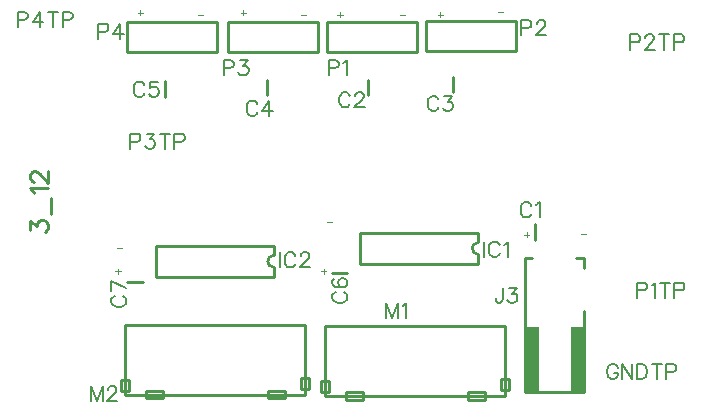
<source format=gbr>
G04 DipTrace 3.3.0.1*
G04 TopSilk.gbr*
%MOIN*%
G04 #@! TF.FileFunction,Legend,Top*
G04 #@! TF.Part,Single*
%ADD10C,0.009843*%
%ADD55C,0.00772*%
%ADD56C,0.009264*%
%ADD57C,0.003088*%
%ADD58C,0.004632*%
%FSLAX26Y26*%
G04*
G70*
G90*
G75*
G01*
G04 TopSilk*
%LPD*%
X2135801Y958681D2*
D10*
Y1009823D1*
X1580682Y1438996D2*
Y1490138D1*
X1864147Y1450807D2*
Y1501949D1*
X1242100Y1438996D2*
Y1490138D1*
X903517Y1435059D2*
Y1486201D1*
X1509823Y848399D2*
X1458681D1*
X828720Y816903D2*
X777579D1*
X1947031Y980322D2*
X1553362D1*
X1947031Y877946D2*
X1553362D1*
Y980322D2*
Y877946D1*
X1947031Y980322D2*
Y948828D1*
Y909439D2*
Y877946D1*
Y948828D2*
G03X1947031Y909439I11J-19694D01*
G01*
X1265535Y937015D2*
X871866D1*
X1265535Y834639D2*
X871866D1*
Y937015D2*
Y834639D1*
X1265535Y937015D2*
Y905521D1*
Y866132D2*
Y834639D1*
Y905521D2*
G03X1265535Y866132I11J-19694D01*
G01*
G36*
X2144102Y491337D2*
D1*
Y591348D1*
D1*
Y491337D1*
G37*
X2299219Y448830D2*
D10*
X2102386D1*
X2102362Y897590D1*
X2127963D1*
X2273619D2*
X2299219D1*
Y862964D1*
Y719681D2*
Y448830D1*
G36*
X2144102Y491337D2*
D1*
Y691359D1*
D1*
Y491337D1*
G37*
G36*
X2119101Y591348D2*
D1*
Y666333D1*
D1*
Y591348D1*
G37*
G36*
X2106589Y447588D2*
X2150346D1*
Y666333D1*
X2106589D1*
Y447588D1*
G37*
G36*
X2256591D2*
X2300348D1*
Y666333D1*
X2256591D1*
Y447588D1*
G37*
X1437008Y437750D2*
D10*
X2037008D1*
X1437008Y668996D2*
Y437750D1*
Y668996D2*
X2037008D1*
Y437750D1*
X2024508Y494007D2*
X2049508D1*
Y456494D1*
X2024508D1*
Y494007D1*
X1424508Y487743D2*
X1449508D1*
Y450254D1*
X1424508D1*
Y487743D1*
X1505758Y450254D2*
X1562008D1*
Y425245D1*
X1505758D1*
Y450254D1*
X1912008D2*
X1968258D1*
Y425245D1*
X1912008D1*
Y450254D1*
X770079Y441687D2*
X1370079D1*
X770079Y672933D2*
Y441687D1*
Y672933D2*
X1370079D1*
Y441687D1*
X1357579Y497944D2*
X1382579D1*
Y460431D1*
X1357579D1*
Y497944D1*
X757579Y491680D2*
X782579D1*
Y454191D1*
X757579D1*
Y491680D1*
X838829Y454191D2*
X895079D1*
Y429182D1*
X838829D1*
Y454191D1*
X1245079D2*
X1301329D1*
Y429182D1*
X1245079D1*
Y454191D1*
X1742894Y1583853D2*
X1442914D1*
Y1683858D1*
X1742894D1*
Y1583853D1*
X2073603Y1587790D2*
X1773623D1*
Y1687795D1*
X2073603D1*
Y1587790D1*
X1412186Y1583853D2*
X1112205D1*
Y1683858D1*
X1412186D1*
Y1583853D1*
X1077540D2*
X777560D1*
Y1683858D1*
X1077540D1*
Y1583853D1*
X2124284Y1071127D2*
D55*
X2121908Y1075881D1*
X2117099Y1080689D1*
X2112346Y1083066D1*
X2102784D1*
X2097976Y1080689D1*
X2093223Y1075881D1*
X2090791Y1071127D1*
X2088414Y1063942D1*
Y1051949D1*
X2090791Y1044819D1*
X2093223Y1040011D1*
X2097976Y1035257D1*
X2102784Y1032826D1*
X2112346D1*
X2117099Y1035257D1*
X2121908Y1040011D1*
X2124284Y1044819D1*
X2139723Y1073449D2*
X2144532Y1075881D1*
X2151717Y1083010D1*
Y1032826D1*
X1519046Y1437269D2*
X1516670Y1442022D1*
X1511861Y1446831D1*
X1507108Y1449207D1*
X1497546D1*
X1492738Y1446831D1*
X1487985Y1442022D1*
X1485553Y1437269D1*
X1483176Y1430084D1*
Y1418091D1*
X1485553Y1410961D1*
X1487985Y1406152D1*
X1492738Y1401399D1*
X1497546Y1398967D1*
X1507108D1*
X1511861Y1401399D1*
X1516670Y1406152D1*
X1519046Y1410961D1*
X1536917Y1437214D2*
Y1439590D1*
X1539294Y1444399D1*
X1541670Y1446775D1*
X1546479Y1449152D1*
X1556040D1*
X1560794Y1446775D1*
X1563170Y1444399D1*
X1565602Y1439590D1*
Y1434837D1*
X1563170Y1430029D1*
X1558417Y1422899D1*
X1534485Y1398967D1*
X1567979D1*
X1814322Y1425458D2*
X1811945Y1430211D1*
X1807137Y1435020D1*
X1802383Y1437396D1*
X1792822D1*
X1788013Y1435020D1*
X1783260Y1430211D1*
X1780828Y1425458D1*
X1778452Y1418273D1*
Y1406280D1*
X1780828Y1399150D1*
X1783260Y1394341D1*
X1788013Y1389588D1*
X1792822Y1387156D1*
X1802383D1*
X1807137Y1389588D1*
X1811945Y1394341D1*
X1814322Y1399150D1*
X1834569Y1437341D2*
X1860822D1*
X1846508Y1418218D1*
X1853693D1*
X1858446Y1415841D1*
X1860822Y1413465D1*
X1863254Y1406280D1*
Y1401526D1*
X1860822Y1394341D1*
X1856069Y1389533D1*
X1848884Y1387156D1*
X1841699D1*
X1834569Y1389533D1*
X1832193Y1391965D1*
X1829761Y1396718D1*
X1210771Y1409710D2*
X1208395Y1414463D1*
X1203586Y1419272D1*
X1198833Y1421648D1*
X1189271D1*
X1184463Y1419272D1*
X1179710Y1414463D1*
X1177278Y1409710D1*
X1174901Y1402525D1*
Y1390532D1*
X1177278Y1383402D1*
X1179710Y1378593D1*
X1184463Y1373840D1*
X1189271Y1371408D1*
X1198833D1*
X1203586Y1373840D1*
X1208395Y1378593D1*
X1210771Y1383402D1*
X1250142Y1371408D2*
Y1421593D1*
X1226210Y1388155D1*
X1262080D1*
X834007Y1472702D2*
X831630Y1477455D1*
X826822Y1482264D1*
X822069Y1484640D1*
X812507D1*
X807698Y1482264D1*
X802945Y1477455D1*
X800513Y1472702D1*
X798137Y1465517D1*
Y1453524D1*
X800513Y1446394D1*
X802945Y1441585D1*
X807698Y1436832D1*
X812507Y1434400D1*
X822069D1*
X826822Y1436832D1*
X831630Y1441585D1*
X834007Y1446394D1*
X878131Y1484585D2*
X854254D1*
X851878Y1463085D1*
X854254Y1465462D1*
X861439Y1467894D1*
X868569D1*
X875754Y1465462D1*
X880563Y1460709D1*
X882939Y1453524D1*
Y1448770D1*
X880563Y1441585D1*
X875754Y1436777D1*
X868569Y1434400D1*
X861439D1*
X854254Y1436777D1*
X851878Y1439209D1*
X849446Y1443962D1*
X1472180Y784042D2*
X1467427Y781665D1*
X1462618Y776857D1*
X1460242Y772103D1*
Y762542D1*
X1462618Y757733D1*
X1467427Y752980D1*
X1472180Y750548D1*
X1479365Y748172D1*
X1491358D1*
X1498488Y750548D1*
X1503296Y752980D1*
X1508050Y757733D1*
X1510482Y762542D1*
Y772103D1*
X1508050Y776857D1*
X1503297Y781665D1*
X1498488Y784042D1*
X1467427Y828166D2*
X1462673Y825789D1*
X1460297Y818604D1*
Y813851D1*
X1462673Y806666D1*
X1469858Y801857D1*
X1481797Y799481D1*
X1493735D1*
X1503297Y801857D1*
X1508105Y806666D1*
X1510482Y813851D1*
Y816227D1*
X1508105Y823357D1*
X1503296Y828166D1*
X1496111Y830542D1*
X1493735D1*
X1486550Y828166D1*
X1481797Y823357D1*
X1479420Y816228D1*
Y813851D1*
X1481797Y806666D1*
X1486550Y801857D1*
X1493735Y799481D1*
X735959Y771015D2*
X731206Y768638D1*
X726398Y763830D1*
X724021Y759077D1*
Y749515D1*
X726398Y744706D1*
X731206Y739953D1*
X735959Y737521D1*
X743144Y735145D1*
X755138D1*
X762268Y737521D1*
X767076Y739953D1*
X771829Y744706D1*
X774261Y749515D1*
Y759076D1*
X771829Y763830D1*
X767076Y768638D1*
X762268Y771015D1*
X774261Y796015D2*
X724076Y819947D1*
Y786454D1*
X2412196Y531757D2*
X2409819Y536510D1*
X2405011Y541319D1*
X2400258Y543696D1*
X2390696D1*
X2385887Y541319D1*
X2381134Y536510D1*
X2378702Y531757D1*
X2376326Y524572D1*
Y512579D1*
X2378702Y505449D1*
X2381134Y500641D1*
X2385887Y495887D1*
X2390696Y493456D1*
X2400258D1*
X2405011Y495887D1*
X2409819Y500641D1*
X2412196Y505449D1*
Y512579D1*
X2400258D1*
X2461128Y543696D2*
Y493456D1*
X2427635Y543696D1*
Y493456D1*
X2476568Y543696D2*
Y493456D1*
X2493314D1*
X2500499Y495887D1*
X2505308Y500641D1*
X2507684Y505449D1*
X2510061Y512579D1*
Y524572D1*
X2507684Y531757D1*
X2505308Y536510D1*
X2500499Y541319D1*
X2493314Y543696D1*
X2476568D1*
X2542247D2*
Y493456D1*
X2525500Y543696D2*
X2558994D1*
X2574433Y517387D2*
X2595988D1*
X2603118Y519764D1*
X2605550Y522196D1*
X2607926Y526949D1*
Y534134D1*
X2605550Y538887D1*
X2603118Y541319D1*
X2595988Y543696D1*
X2574433D1*
Y493456D1*
X1966731Y951176D2*
Y900936D1*
X2018041Y939238D2*
X2015664Y943991D1*
X2010856Y948799D1*
X2006102Y951176D1*
X1996541D1*
X1991732Y948799D1*
X1986979Y943991D1*
X1984547Y939238D1*
X1982171Y932053D1*
Y920059D1*
X1984547Y912929D1*
X1986979Y908121D1*
X1991732Y903368D1*
X1996541Y900936D1*
X2006102D1*
X2010856Y903368D1*
X2015664Y908121D1*
X2018041Y912929D1*
X2033480Y941559D2*
X2038288Y943991D1*
X2045473Y951121D1*
Y900936D1*
X1286296Y915743D2*
Y865503D1*
X1337606Y903805D2*
X1335229Y908558D1*
X1330421Y913366D1*
X1325667Y915743D1*
X1316106D1*
X1311297Y913366D1*
X1306544Y908558D1*
X1304112Y903805D1*
X1301736Y896620D1*
Y884626D1*
X1304112Y877496D1*
X1306544Y872688D1*
X1311297Y867935D1*
X1316106Y865503D1*
X1325667D1*
X1330421Y867935D1*
X1335229Y872688D1*
X1337606Y877496D1*
X1355477Y903749D2*
Y906126D1*
X1357853Y910934D1*
X1360230Y913311D1*
X1365038Y915687D1*
X1374600D1*
X1379353Y913311D1*
X1381730Y910934D1*
X1384162Y906126D1*
Y901373D1*
X1381730Y896564D1*
X1376977Y889434D1*
X1353045Y865503D1*
X1386538D1*
X2028838Y797632D2*
Y759386D1*
X2026462Y752201D1*
X2024030Y749824D1*
X2019277Y747392D1*
X2014468D1*
X2009715Y749824D1*
X2007338Y752201D1*
X2004906Y759386D1*
Y764139D1*
X2049086Y797577D2*
X2075339D1*
X2061024Y778454D1*
X2068209D1*
X2072962Y776077D1*
X2075339Y773700D1*
X2077771Y766515D1*
Y761762D1*
X2075339Y754577D1*
X2070586Y749769D1*
X2063401Y747392D1*
X2056216D1*
X2049086Y749769D1*
X2046709Y752201D1*
X2044277Y756954D1*
X1679423Y695916D2*
Y746156D1*
X1660299Y695916D1*
X1641176Y746156D1*
Y695916D1*
X1694862Y736539D2*
X1699670Y738971D1*
X1706855Y746101D1*
Y695916D1*
X694657Y420326D2*
Y470566D1*
X675534Y420326D1*
X656410Y470566D1*
Y420326D1*
X712528Y458572D2*
Y460949D1*
X714905Y465757D1*
X717281Y468134D1*
X722090Y470510D1*
X731651D1*
X736405Y468134D1*
X738781Y465757D1*
X741213Y460949D1*
Y456196D1*
X738781Y451387D1*
X734028Y444257D1*
X710096Y420326D1*
X743590D1*
X1448268Y1529986D2*
X1469823D1*
X1476953Y1532362D1*
X1479385Y1534794D1*
X1481761Y1539547D1*
Y1546732D1*
X1479385Y1551485D1*
X1476953Y1553917D1*
X1469823Y1556294D1*
X1448268D1*
Y1506054D1*
X1497201Y1546677D2*
X1502009Y1549109D1*
X1509194Y1556239D1*
Y1506054D1*
X2091061Y1663844D2*
X2112616D1*
X2119746Y1666221D1*
X2122178Y1668652D1*
X2124555Y1673406D1*
Y1680591D1*
X2122178Y1685344D1*
X2119746Y1687776D1*
X2112616Y1690152D1*
X2091061D1*
Y1639912D1*
X2142426Y1678159D2*
Y1680535D1*
X2144802Y1685344D1*
X2147179Y1687720D1*
X2151987Y1690097D1*
X2161549D1*
X2166302Y1687720D1*
X2168679Y1685344D1*
X2171111Y1680535D1*
Y1675782D1*
X2168679Y1670974D1*
X2163926Y1663844D1*
X2139994Y1639912D1*
X2173487D1*
X1098935Y1529986D2*
X1120490D1*
X1127620Y1532362D1*
X1130052Y1534794D1*
X1132429Y1539547D1*
Y1546732D1*
X1130052Y1551485D1*
X1127620Y1553917D1*
X1120490Y1556294D1*
X1098935D1*
Y1506054D1*
X1152676Y1556239D2*
X1178929D1*
X1164615Y1537115D1*
X1171800D1*
X1176553Y1534739D1*
X1178929Y1532362D1*
X1181361Y1525177D1*
Y1520424D1*
X1178929Y1513239D1*
X1174176Y1508431D1*
X1166991Y1506054D1*
X1159806D1*
X1152676Y1508431D1*
X1150300Y1510862D1*
X1147868Y1515616D1*
X680424Y1652033D2*
X701979D1*
X709109Y1654409D1*
X711541Y1656841D1*
X713918Y1661595D1*
Y1668780D1*
X711541Y1673533D1*
X709109Y1675965D1*
X701979Y1678341D1*
X680424D1*
Y1628101D1*
X753288D2*
Y1678286D1*
X729357Y1644848D1*
X765227D1*
X2475722Y789041D2*
X2497278D1*
X2504407Y791417D1*
X2506839Y793849D1*
X2509216Y798602D1*
Y805787D1*
X2506839Y810541D1*
X2504407Y812972D1*
X2497278Y815349D1*
X2475722D1*
Y765109D1*
X2524655Y805732D2*
X2529464Y808164D1*
X2536649Y815294D1*
Y765109D1*
X2568834Y815349D2*
Y765109D1*
X2552088Y815349D2*
X2585581D1*
X2601020Y789041D2*
X2622576D1*
X2629705Y791417D1*
X2632137Y793849D1*
X2634514Y798602D1*
Y805787D1*
X2632137Y810541D1*
X2629705Y812972D1*
X2622576Y815349D1*
X2601020D1*
Y765109D1*
X2453162Y1615812D2*
X2474717D1*
X2481846Y1618189D1*
X2484278Y1620621D1*
X2486655Y1625374D1*
Y1632559D1*
X2484278Y1637312D1*
X2481846Y1639744D1*
X2474717Y1642121D1*
X2453162D1*
Y1591881D1*
X2504526Y1630127D2*
Y1632504D1*
X2506903Y1637312D1*
X2509279Y1639689D1*
X2514088Y1642065D1*
X2523649D1*
X2528402Y1639689D1*
X2530779Y1637312D1*
X2533211Y1632504D1*
Y1627751D1*
X2530779Y1622942D1*
X2526026Y1615812D1*
X2502094Y1591881D1*
X2535587D1*
X2567773Y1642121D2*
Y1591881D1*
X2551027Y1642121D2*
X2584520D1*
X2599959Y1615812D2*
X2621514D1*
X2628644Y1618189D1*
X2631076Y1620621D1*
X2633453Y1625374D1*
Y1632559D1*
X2631076Y1637312D1*
X2628644Y1639744D1*
X2621514Y1642121D1*
X2599959D1*
Y1591881D1*
X787807Y1285104D2*
X809362D1*
X816492Y1287480D1*
X818924Y1289912D1*
X821301Y1294665D1*
Y1301850D1*
X818924Y1306604D1*
X816492Y1309035D1*
X809362Y1311412D1*
X787807D1*
Y1261172D1*
X841548Y1311357D2*
X867801D1*
X853486Y1292234D1*
X860672D1*
X865425Y1289857D1*
X867801Y1287480D1*
X870233Y1280295D1*
Y1275542D1*
X867801Y1268357D1*
X863048Y1263549D1*
X855863Y1261172D1*
X848678D1*
X841548Y1263549D1*
X839172Y1265980D1*
X836740Y1270734D1*
X902419Y1311412D2*
Y1261172D1*
X885672Y1311412D2*
X919166D1*
X934605Y1285104D2*
X956160D1*
X963290Y1287480D1*
X965722Y1289912D1*
X968098Y1294665D1*
Y1301850D1*
X965722Y1306604D1*
X963290Y1309035D1*
X956160Y1311412D1*
X934605D1*
Y1261172D1*
X412603Y1690616D2*
X434158D1*
X441288Y1692992D1*
X443720Y1695424D1*
X446097Y1700177D1*
Y1707362D1*
X443720Y1712115D1*
X441288Y1714547D1*
X434158Y1716924D1*
X412603D1*
Y1666684D1*
X485467D2*
Y1716869D1*
X461536Y1683431D1*
X497406D1*
X529592Y1716924D2*
Y1666684D1*
X512845Y1716924D2*
X546338D1*
X561778Y1690616D2*
X583333D1*
X590462Y1692992D1*
X592894Y1695424D1*
X595271Y1700177D1*
Y1707362D1*
X592894Y1712115D1*
X590462Y1714547D1*
X583333Y1716924D1*
X561778D1*
Y1666684D1*
X453291Y989150D2*
D56*
Y1020654D1*
X476239Y1003476D1*
Y1012098D1*
X479091Y1017802D1*
X481943Y1020654D1*
X490565Y1023572D1*
X496268D1*
X504890Y1020654D1*
X510661Y1014950D1*
X513513Y1006328D1*
Y997706D1*
X510661Y989150D1*
X507742Y986298D1*
X502038Y983380D1*
X523461Y1042099D2*
Y1096617D1*
X464765Y1115144D2*
X461847Y1120914D1*
X453291Y1129536D1*
X513512D1*
X467617Y1150981D2*
X464765D1*
X458995Y1153833D1*
X456143Y1156685D1*
X453291Y1162455D1*
Y1173929D1*
X456143Y1179633D1*
X458995Y1182485D1*
X464765Y1185403D1*
X470469D1*
X476239Y1182485D1*
X484794Y1176781D1*
X513512Y1148063D1*
Y1188255D1*
X1821167Y1716023D2*
D57*
Y1698801D1*
X1812568Y1707401D2*
X1829790D1*
X1486522Y1716023D2*
Y1698801D1*
X1477922Y1707401D2*
X1495144D1*
X1163687Y1723897D2*
Y1706675D1*
X1155087Y1715275D2*
X1172309D1*
X821167Y1723897D2*
Y1706675D1*
X812568Y1715275D2*
X829790D1*
X2014127Y1718676D2*
D58*
X2030708D1*
X1687355Y1706865D2*
X1703936D1*
X1356647D2*
X1373227D1*
X1014127D2*
X1030708D1*
X2108569Y983740D2*
D57*
Y966518D1*
X2099969Y975118D2*
X2117191D1*
X2289717Y978518D2*
D58*
X2306298D1*
X1443261Y1017888D2*
X1459842D1*
X1431404Y861692D2*
D57*
Y844470D1*
X1422804Y853070D2*
X1440026D1*
X746364Y861692D2*
Y844470D1*
X737764Y853070D2*
X754986D1*
X742473Y931274D2*
D58*
X759054D1*
M02*

</source>
